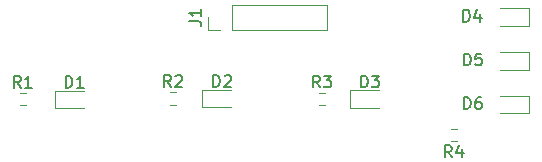
<source format=gbr>
%TF.GenerationSoftware,KiCad,Pcbnew,(5.1.10-1-10_14)*%
%TF.CreationDate,2021-06-08T22:52:33-04:00*%
%TF.ProjectId,TR109-lightboard,54523130-392d-46c6-9967-6874626f6172,rev?*%
%TF.SameCoordinates,Original*%
%TF.FileFunction,Legend,Top*%
%TF.FilePolarity,Positive*%
%FSLAX46Y46*%
G04 Gerber Fmt 4.6, Leading zero omitted, Abs format (unit mm)*
G04 Created by KiCad (PCBNEW (5.1.10-1-10_14)) date 2021-06-08 22:52:33*
%MOMM*%
%LPD*%
G01*
G04 APERTURE LIST*
%ADD10C,0.120000*%
%ADD11C,0.150000*%
G04 APERTURE END LIST*
D10*
%TO.C,J1*%
X144336704Y-96373500D02*
X144336704Y-95313500D01*
X145396704Y-96373500D02*
X144336704Y-96373500D01*
X146396704Y-96373500D02*
X146396704Y-94253500D01*
X146396704Y-94253500D02*
X154456704Y-94253500D01*
X146396704Y-96373500D02*
X154456704Y-96373500D01*
X154456704Y-96373500D02*
X154456704Y-94253500D01*
%TO.C,R4*%
X165414724Y-105822500D02*
X164905276Y-105822500D01*
X165414724Y-104777500D02*
X164905276Y-104777500D01*
%TO.C,R3*%
X153743576Y-101725200D02*
X154253024Y-101725200D01*
X153743576Y-102770200D02*
X154253024Y-102770200D01*
%TO.C,R2*%
X141134376Y-101687100D02*
X141643824Y-101687100D01*
X141134376Y-102732100D02*
X141643824Y-102732100D01*
%TO.C,R1*%
X128398176Y-101750600D02*
X128907624Y-101750600D01*
X128398176Y-102795600D02*
X128907624Y-102795600D01*
%TO.C,D6*%
X169062500Y-103452600D02*
X171522500Y-103452600D01*
X171522500Y-103452600D02*
X171522500Y-101982600D01*
X171522500Y-101982600D02*
X169062500Y-101982600D01*
%TO.C,D5*%
X169062500Y-99756900D02*
X171522500Y-99756900D01*
X171522500Y-99756900D02*
X171522500Y-98286900D01*
X171522500Y-98286900D02*
X169062500Y-98286900D01*
%TO.C,D4*%
X169062500Y-96048500D02*
X171522500Y-96048500D01*
X171522500Y-96048500D02*
X171522500Y-94578500D01*
X171522500Y-94578500D02*
X169062500Y-94578500D01*
%TO.C,D3*%
X158838800Y-101512700D02*
X156378800Y-101512700D01*
X156378800Y-101512700D02*
X156378800Y-102982700D01*
X156378800Y-102982700D02*
X158838800Y-102982700D01*
%TO.C,D2*%
X146342000Y-101474600D02*
X143882000Y-101474600D01*
X143882000Y-101474600D02*
X143882000Y-102944600D01*
X143882000Y-102944600D02*
X146342000Y-102944600D01*
%TO.C,D1*%
X133845200Y-101538100D02*
X131385200Y-101538100D01*
X131385200Y-101538100D02*
X131385200Y-103008100D01*
X131385200Y-103008100D02*
X133845200Y-103008100D01*
%TO.C,J1*%
D11*
X142789084Y-95646833D02*
X143503370Y-95646833D01*
X143646227Y-95694452D01*
X143741465Y-95789690D01*
X143789084Y-95932547D01*
X143789084Y-96027785D01*
X143789084Y-94646833D02*
X143789084Y-95218261D01*
X143789084Y-94932547D02*
X142789084Y-94932547D01*
X142931942Y-95027785D01*
X143027180Y-95123023D01*
X143074799Y-95218261D01*
%TO.C,R4*%
X164993333Y-107182380D02*
X164660000Y-106706190D01*
X164421904Y-107182380D02*
X164421904Y-106182380D01*
X164802857Y-106182380D01*
X164898095Y-106230000D01*
X164945714Y-106277619D01*
X164993333Y-106372857D01*
X164993333Y-106515714D01*
X164945714Y-106610952D01*
X164898095Y-106658571D01*
X164802857Y-106706190D01*
X164421904Y-106706190D01*
X165850476Y-106515714D02*
X165850476Y-107182380D01*
X165612380Y-106134761D02*
X165374285Y-106849047D01*
X165993333Y-106849047D01*
%TO.C,R3*%
X153831633Y-101270080D02*
X153498300Y-100793890D01*
X153260204Y-101270080D02*
X153260204Y-100270080D01*
X153641157Y-100270080D01*
X153736395Y-100317700D01*
X153784014Y-100365319D01*
X153831633Y-100460557D01*
X153831633Y-100603414D01*
X153784014Y-100698652D01*
X153736395Y-100746271D01*
X153641157Y-100793890D01*
X153260204Y-100793890D01*
X154164966Y-100270080D02*
X154784014Y-100270080D01*
X154450680Y-100651033D01*
X154593538Y-100651033D01*
X154688776Y-100698652D01*
X154736395Y-100746271D01*
X154784014Y-100841509D01*
X154784014Y-101079604D01*
X154736395Y-101174842D01*
X154688776Y-101222461D01*
X154593538Y-101270080D01*
X154307823Y-101270080D01*
X154212585Y-101222461D01*
X154164966Y-101174842D01*
%TO.C,R2*%
X141222433Y-101231980D02*
X140889100Y-100755790D01*
X140651004Y-101231980D02*
X140651004Y-100231980D01*
X141031957Y-100231980D01*
X141127195Y-100279600D01*
X141174814Y-100327219D01*
X141222433Y-100422457D01*
X141222433Y-100565314D01*
X141174814Y-100660552D01*
X141127195Y-100708171D01*
X141031957Y-100755790D01*
X140651004Y-100755790D01*
X141603385Y-100327219D02*
X141651004Y-100279600D01*
X141746242Y-100231980D01*
X141984338Y-100231980D01*
X142079576Y-100279600D01*
X142127195Y-100327219D01*
X142174814Y-100422457D01*
X142174814Y-100517695D01*
X142127195Y-100660552D01*
X141555766Y-101231980D01*
X142174814Y-101231980D01*
%TO.C,R1*%
X128486233Y-101295480D02*
X128152900Y-100819290D01*
X127914804Y-101295480D02*
X127914804Y-100295480D01*
X128295757Y-100295480D01*
X128390995Y-100343100D01*
X128438614Y-100390719D01*
X128486233Y-100485957D01*
X128486233Y-100628814D01*
X128438614Y-100724052D01*
X128390995Y-100771671D01*
X128295757Y-100819290D01*
X127914804Y-100819290D01*
X129438614Y-101295480D02*
X128867185Y-101295480D01*
X129152900Y-101295480D02*
X129152900Y-100295480D01*
X129057661Y-100438338D01*
X128962423Y-100533576D01*
X128867185Y-100581195D01*
%TO.C,D6*%
X166025604Y-103102480D02*
X166025604Y-102102480D01*
X166263700Y-102102480D01*
X166406557Y-102150100D01*
X166501795Y-102245338D01*
X166549414Y-102340576D01*
X166597033Y-102531052D01*
X166597033Y-102673909D01*
X166549414Y-102864385D01*
X166501795Y-102959623D01*
X166406557Y-103054861D01*
X166263700Y-103102480D01*
X166025604Y-103102480D01*
X167454176Y-102102480D02*
X167263700Y-102102480D01*
X167168461Y-102150100D01*
X167120842Y-102197719D01*
X167025604Y-102340576D01*
X166977985Y-102531052D01*
X166977985Y-102912004D01*
X167025604Y-103007242D01*
X167073223Y-103054861D01*
X167168461Y-103102480D01*
X167358938Y-103102480D01*
X167454176Y-103054861D01*
X167501795Y-103007242D01*
X167549414Y-102912004D01*
X167549414Y-102673909D01*
X167501795Y-102578671D01*
X167454176Y-102531052D01*
X167358938Y-102483433D01*
X167168461Y-102483433D01*
X167073223Y-102531052D01*
X167025604Y-102578671D01*
X166977985Y-102673909D01*
%TO.C,D5*%
X166025604Y-99406780D02*
X166025604Y-98406780D01*
X166263700Y-98406780D01*
X166406557Y-98454400D01*
X166501795Y-98549638D01*
X166549414Y-98644876D01*
X166597033Y-98835352D01*
X166597033Y-98978209D01*
X166549414Y-99168685D01*
X166501795Y-99263923D01*
X166406557Y-99359161D01*
X166263700Y-99406780D01*
X166025604Y-99406780D01*
X167501795Y-98406780D02*
X167025604Y-98406780D01*
X166977985Y-98882971D01*
X167025604Y-98835352D01*
X167120842Y-98787733D01*
X167358938Y-98787733D01*
X167454176Y-98835352D01*
X167501795Y-98882971D01*
X167549414Y-98978209D01*
X167549414Y-99216304D01*
X167501795Y-99311542D01*
X167454176Y-99359161D01*
X167358938Y-99406780D01*
X167120842Y-99406780D01*
X167025604Y-99359161D01*
X166977985Y-99311542D01*
%TO.C,D4*%
X165962104Y-95698380D02*
X165962104Y-94698380D01*
X166200200Y-94698380D01*
X166343057Y-94746000D01*
X166438295Y-94841238D01*
X166485914Y-94936476D01*
X166533533Y-95126952D01*
X166533533Y-95269809D01*
X166485914Y-95460285D01*
X166438295Y-95555523D01*
X166343057Y-95650761D01*
X166200200Y-95698380D01*
X165962104Y-95698380D01*
X167390676Y-95031714D02*
X167390676Y-95698380D01*
X167152580Y-94650761D02*
X166914485Y-95365047D01*
X167533533Y-95365047D01*
%TO.C,D3*%
X157300704Y-101270080D02*
X157300704Y-100270080D01*
X157538800Y-100270080D01*
X157681657Y-100317700D01*
X157776895Y-100412938D01*
X157824514Y-100508176D01*
X157872133Y-100698652D01*
X157872133Y-100841509D01*
X157824514Y-101031985D01*
X157776895Y-101127223D01*
X157681657Y-101222461D01*
X157538800Y-101270080D01*
X157300704Y-101270080D01*
X158205466Y-100270080D02*
X158824514Y-100270080D01*
X158491180Y-100651033D01*
X158634038Y-100651033D01*
X158729276Y-100698652D01*
X158776895Y-100746271D01*
X158824514Y-100841509D01*
X158824514Y-101079604D01*
X158776895Y-101174842D01*
X158729276Y-101222461D01*
X158634038Y-101270080D01*
X158348323Y-101270080D01*
X158253085Y-101222461D01*
X158205466Y-101174842D01*
%TO.C,D2*%
X144803904Y-101231980D02*
X144803904Y-100231980D01*
X145042000Y-100231980D01*
X145184857Y-100279600D01*
X145280095Y-100374838D01*
X145327714Y-100470076D01*
X145375333Y-100660552D01*
X145375333Y-100803409D01*
X145327714Y-100993885D01*
X145280095Y-101089123D01*
X145184857Y-101184361D01*
X145042000Y-101231980D01*
X144803904Y-101231980D01*
X145756285Y-100327219D02*
X145803904Y-100279600D01*
X145899142Y-100231980D01*
X146137238Y-100231980D01*
X146232476Y-100279600D01*
X146280095Y-100327219D01*
X146327714Y-100422457D01*
X146327714Y-100517695D01*
X146280095Y-100660552D01*
X145708666Y-101231980D01*
X146327714Y-101231980D01*
%TO.C,D1*%
X132307104Y-101295480D02*
X132307104Y-100295480D01*
X132545200Y-100295480D01*
X132688057Y-100343100D01*
X132783295Y-100438338D01*
X132830914Y-100533576D01*
X132878533Y-100724052D01*
X132878533Y-100866909D01*
X132830914Y-101057385D01*
X132783295Y-101152623D01*
X132688057Y-101247861D01*
X132545200Y-101295480D01*
X132307104Y-101295480D01*
X133830914Y-101295480D02*
X133259485Y-101295480D01*
X133545200Y-101295480D02*
X133545200Y-100295480D01*
X133449961Y-100438338D01*
X133354723Y-100533576D01*
X133259485Y-100581195D01*
%TD*%
M02*

</source>
